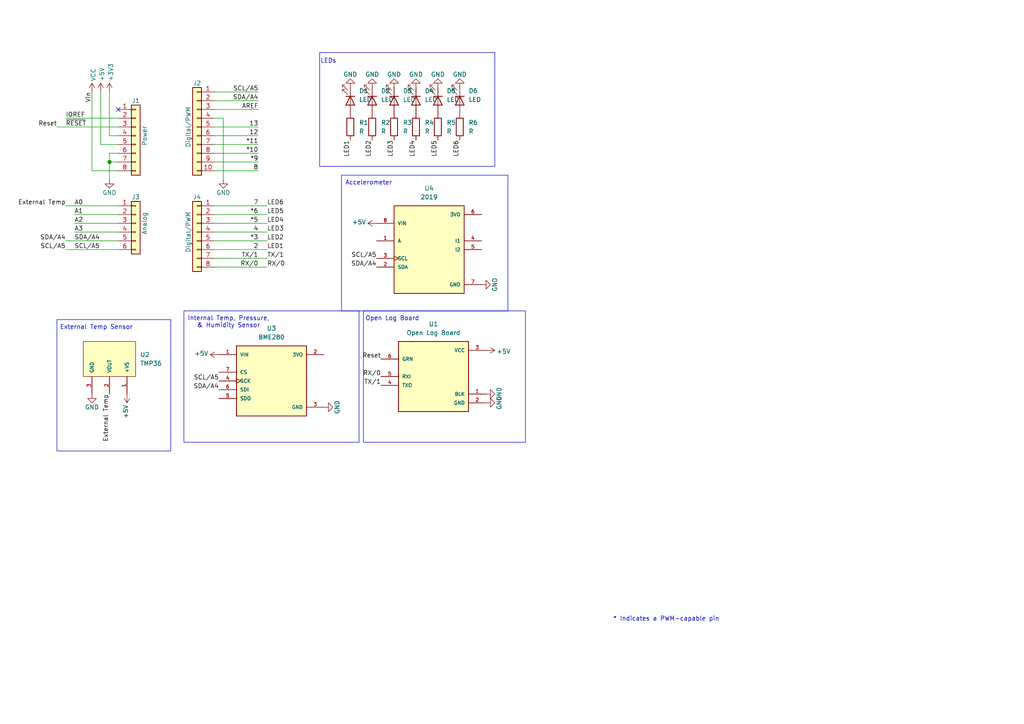
<source format=kicad_sch>
(kicad_sch (version 20231120) (generator "eeschema") (generator_version "8.0")
  (paper "A4")
  (title_block (date "mar. 31 mars 2015"))
  (lib_symbols
    (symbol "2019:2019" (pin_names (offset 1.016))
      (property "Reference" "U" (at -10.16 13.462 0))
      (property "Value" "2019" (at -10.16 -15.24 0))
      (symbol "2019_0_0"
        (rectangle (start -10.16 -12.7) (end 10.16 12.7) (stroke (width 0.254)) (fill (type background)))
        (pin input line (at -15.24 2.54 0) (length 5.08) (name "A") (number "1"))
        (pin bidirectional line (at -15.24 -5.08 0) (length 5.08) (name "SDA") (number "2"))
        (pin input clock (at -15.24 -2.54 0) (length 5.08) (name "SCL") (number "3"))
        (pin output line (at 15.24 2.54 180) (length 5.08) (name "I1") (number "4"))
        (pin output line (at 15.24 0 180) (length 5.08) (name "I2") (number "5"))
        (pin power_in line (at 15.24 10.16 180) (length 5.08) (name "3VO") (number "6"))
        (pin power_in line (at 15.24 -10.16 180) (length 5.08) (name "GND") (number "7"))
        (pin input line (at -15.24 7.62 0) (length 5.08) (name "VIN") (number "8"))
      )
    )
    (symbol "2652:2652" (pin_names (offset 1.016))
      (property "Reference" "U" (at -10.16 10.795 0))
      (property "Value" "2652" (at -10.16 -12.7 0))
      (symbol "2652_0_0"
        (rectangle (start -10.16 -10.16) (end 10.16 10.16) (stroke (width 0.254)) (fill (type background)))
        (pin input line (at -15.24 7.62 0) (length 5.08) (name "VIN") (number "1"))
        (pin output line (at 15.24 7.62 180) (length 5.08) (name "3VO") (number "2"))
        (pin power_in line (at 15.24 -7.62 180) (length 5.08) (name "GND") (number "3"))
        (pin input clock (at -15.24 0 0) (length 5.08) (name "SCK") (number "4"))
        (pin output line (at -15.24 -5.08 0) (length 5.08) (name "SDO") (number "5"))
        (pin input line (at -15.24 -2.54 0) (length 5.08) (name "SDI") (number "6"))
        (pin input line (at -15.24 2.54 0) (length 5.08) (name "CS") (number "7"))
      )
    )
    (symbol "Connector_Generic:Conn_01x06" (pin_names (offset 1.016) hide)
      (property "Reference" "J" (at 0 7.62 0))
      (property "Value" "Conn_01x06" (at 0 -10.16 0))
      (symbol "Conn_01x06_1_1"
        (rectangle (start -1.27 -7.493) (end 0 -7.747) (stroke (width 0.1524)))
        (rectangle (start -1.27 -4.953) (end 0 -5.207) (stroke (width 0.1524)))
        (rectangle (start -1.27 -2.413) (end 0 -2.667) (stroke (width 0.1524)))
        (rectangle (start -1.27 0.127) (end 0 -0.127) (stroke (width 0.1524)))
        (rectangle (start -1.27 2.667) (end 0 2.413) (stroke (width 0.1524)))
        (rectangle (start -1.27 5.207) (end 0 4.953) (stroke (width 0.1524)))
        (rectangle (start -1.27 6.35) (end 1.27 -8.89) (stroke (width 0.254)) (fill (type background)))
        (pin passive line (at -5.08 5.08 0) (length 3.81) (name "Pin_1") (number "1"))
        (pin passive line (at -5.08 2.54 0) (length 3.81) (name "Pin_2") (number "2"))
        (pin passive line (at -5.08 0 0) (length 3.81) (name "Pin_3") (number "3"))
        (pin passive line (at -5.08 -2.54 0) (length 3.81) (name "Pin_4") (number "4"))
        (pin passive line (at -5.08 -5.08 0) (length 3.81) (name "Pin_5") (number "5"))
        (pin passive line (at -5.08 -7.62 0) (length 3.81) (name "Pin_6") (number "6"))
      )
    )
    (symbol "Connector_Generic:Conn_01x08" (pin_names (offset 1.016) hide)
      (property "Reference" "J" (at 0 10.16 0))
      (property "Value" "Conn_01x08" (at 0 -12.7 0))
      (symbol "Conn_01x08_1_1"
        (rectangle (start -1.27 -10.033) (end 0 -10.287) (stroke (width 0.1524)))
        (rectangle (start -1.27 -7.493) (end 0 -7.747) (stroke (width 0.1524)))
        (rectangle (start -1.27 -4.953) (end 0 -5.207) (stroke (width 0.1524)))
        (rectangle (start -1.27 -2.413) (end 0 -2.667) (stroke (width 0.1524)))
        (rectangle (start -1.27 0.127) (end 0 -0.127) (stroke (width 0.1524)))
        (rectangle (start -1.27 2.667) (end 0 2.413) (stroke (width 0.1524)))
        (rectangle (start -1.27 5.207) (end 0 4.953) (stroke (width 0.1524)))
        (rectangle (start -1.27 7.747) (end 0 7.493) (stroke (width 0.1524)))
        (rectangle (start -1.27 8.89) (end 1.27 -11.43) (stroke (width 0.254)) (fill (type background)))
        (pin passive line (at -5.08 7.62 0) (length 3.81) (name "Pin_1") (number "1"))
        (pin passive line (at -5.08 5.08 0) (length 3.81) (name "Pin_2") (number "2"))
        (pin passive line (at -5.08 2.54 0) (length 3.81) (name "Pin_3") (number "3"))
        (pin passive line (at -5.08 0 0) (length 3.81) (name "Pin_4") (number "4"))
        (pin passive line (at -5.08 -2.54 0) (length 3.81) (name "Pin_5") (number "5"))
        (pin passive line (at -5.08 -5.08 0) (length 3.81) (name "Pin_6") (number "6"))
        (pin passive line (at -5.08 -7.62 0) (length 3.81) (name "Pin_7") (number "7"))
        (pin passive line (at -5.08 -10.16 0) (length 3.81) (name "Pin_8") (number "8"))
      )
    )
    (symbol "Connector_Generic:Conn_01x10" (pin_names (offset 1.016) hide)
      (property "Reference" "J" (at 0 12.7 0))
      (property "Value" "Conn_01x10" (at 0 -15.24 0))
      (symbol "Conn_01x10_1_1"
        (rectangle (start -1.27 -12.573) (end 0 -12.827) (stroke (width 0.1524)))
        (rectangle (start -1.27 -10.033) (end 0 -10.287) (stroke (width 0.1524)))
        (rectangle (start -1.27 -7.493) (end 0 -7.747) (stroke (width 0.1524)))
        (rectangle (start -1.27 -4.953) (end 0 -5.207) (stroke (width 0.1524)))
        (rectangle (start -1.27 -2.413) (end 0 -2.667) (stroke (width 0.1524)))
        (rectangle (start -1.27 0.127) (end 0 -0.127) (stroke (width 0.1524)))
        (rectangle (start -1.27 2.667) (end 0 2.413) (stroke (width 0.1524)))
        (rectangle (start -1.27 5.207) (end 0 4.953) (stroke (width 0.1524)))
        (rectangle (start -1.27 7.747) (end 0 7.493) (stroke (width 0.1524)))
        (rectangle (start -1.27 10.287) (end 0 10.033) (stroke (width 0.1524)))
        (rectangle (start -1.27 11.43) (end 1.27 -13.97) (stroke (width 0.254)) (fill (type background)))
        (pin passive line (at -5.08 10.16 0) (length 3.81) (name "Pin_1") (number "1"))
        (pin passive line (at -5.08 -12.7 0) (length 3.81) (name "Pin_10") (number "10"))
        (pin passive line (at -5.08 7.62 0) (length 3.81) (name "Pin_2") (number "2"))
        (pin passive line (at -5.08 5.08 0) (length 3.81) (name "Pin_3") (number "3"))
        (pin passive line (at -5.08 2.54 0) (length 3.81) (name "Pin_4") (number "4"))
        (pin passive line (at -5.08 0 0) (length 3.81) (name "Pin_5") (number "5"))
        (pin passive line (at -5.08 -2.54 0) (length 3.81) (name "Pin_6") (number "6"))
        (pin passive line (at -5.08 -5.08 0) (length 3.81) (name "Pin_7") (number "7"))
        (pin passive line (at -5.08 -7.62 0) (length 3.81) (name "Pin_8") (number "8"))
        (pin passive line (at -5.08 -10.16 0) (length 3.81) (name "Pin_9") (number "9"))
      )
    )
    (symbol "DEV-13712:DEV-13712" (pin_names (offset 1.016))
      (property "Reference" "U" (at -10.16 10.922 0))
      (property "Value" "DEV-13712" (at -10.16 -12.7 0))
      (symbol "DEV-13712_0_0"
        (rectangle (start -10.16 -10.16) (end 10.16 10.16) (stroke (width 0.254)) (fill (type background)))
        (pin power_in line (at 15.24 -5.08 180) (length 5.08) (name "BLK") (number "1"))
        (pin power_in line (at 15.24 -7.62 180) (length 5.08) (name "GND") (number "2"))
        (pin power_in line (at 15.24 7.62 180) (length 5.08) (name "VCC") (number "3"))
        (pin output line (at -15.24 -2.54 0) (length 5.08) (name "TXO") (number "4"))
        (pin input line (at -15.24 0 0) (length 5.08) (name "RXI") (number "5"))
        (pin input line (at -15.24 5.08 0) (length 5.08) (name "GRN") (number "6"))
      )
    )
    (symbol "Device:LED" (pin_numbers hide) (pin_names (offset 1.016) hide)
      (property "Reference" "D" (at 0 2.54 0))
      (property "Value" "LED" (at 0 -2.54 0))
      (symbol "LED_0_1"
        (polyline (pts (xy -1.27 -1.27) (xy -1.27 1.27)) (stroke (width 0.254)))
        (polyline (pts (xy -1.27 0) (xy 1.27 0)))
        (polyline (pts (xy 1.27 -1.27) (xy 1.27 1.27) (xy -1.27 0) (xy 1.27 -1.27)) (stroke (width 0.254)))
        (polyline (pts (xy -3.048 -0.762) (xy -4.572 -2.286) (xy -3.81 -2.286) (xy -4.572 -2.286) (xy -4.572 -1.524)))
        (polyline (pts (xy -1.778 -0.762) (xy -3.302 -2.286) (xy -2.54 -2.286) (xy -3.302 -2.286) (xy -3.302 -1.524)))
      )
      (symbol "LED_1_1"
        (pin passive line (at -3.81 0 0) (length 2.54) (name "K") (number "1"))
        (pin passive line (at 3.81 0 180) (length 2.54) (name "A") (number "2"))
      )
    )
    (symbol "Device:R" (pin_numbers hide) (pin_names (offset 0))
      (property "Reference" "R" (at 2.032 0 90))
      (property "Value" "R" (at 0 0 90))
      (symbol "R_0_1"
        (rectangle (start -1.016 -2.54) (end 1.016 2.54) (stroke (width 0.254)))
      )
      (symbol "R_1_1"
        (pin passive line (at 0 3.81 270) (length 1.27) (name "~") (number "1"))
        (pin passive line (at 0 -3.81 90) (length 1.27) (name "~") (number "2"))
      )
    )
    (symbol "TMP36GT9Z:TMP36GT9Z" (pin_names (offset 1.016))
      (property "Reference" "U" (at -5.08 8.128 0))
      (property "Value" "TMP36GT9Z" (at -5.08 -10.16 0))
      (symbol "TMP36GT9Z_0_0"
        (rectangle (start -5.08 -7.62) (end 5.08 7.62) (stroke (width 0.1524)) (fill (type background)))
        (pin power_in line (at 10.16 5.08 180) (length 5.08) (name "+VS") (number "1"))
        (pin output line (at 10.16 0 180) (length 5.08) (name "VOUT") (number "2"))
        (pin power_in line (at 10.16 -5.08 180) (length 5.08) (name "GND") (number "3"))
      )
    )
    (symbol "power:+3V3" (power) (pin_names (offset 0))
      (property "Value" "+3V3" (at 0 3.556 0))
      (symbol "+3V3_0_1"
        (polyline (pts (xy -0.762 1.27) (xy 0 2.54)))
        (polyline (pts (xy 0 0) (xy 0 2.54)))
        (polyline (pts (xy 0 2.54) (xy 0.762 1.27)))
      )
      (symbol "+3V3_1_1"
        (pin power_in line (at 0 0 90) (length 0) hide (name "+3V3") (number "1"))
      )
    )
    (symbol "power:+5V" (power) (pin_names (offset 0))
      (property "Value" "+5V" (at 0 3.556 0))
      (symbol "+5V_0_1"
        (polyline (pts (xy -0.762 1.27) (xy 0 2.54)))
        (polyline (pts (xy 0 0) (xy 0 2.54)))
        (polyline (pts (xy 0 2.54) (xy 0.762 1.27)))
      )
      (symbol "+5V_1_1"
        (pin power_in line (at 0 0 90) (length 0) hide (name "+5V") (number "1"))
      )
    )
    (symbol "power:GND" (power) (pin_names (offset 0))
      (property "Value" "GND" (at 0 -3.81 0))
      (symbol "GND_0_1"
        (polyline (pts (xy 0 0) (xy 0 -1.27) (xy 1.27 -1.27) (xy 0 -2.54) (xy -1.27 -1.27) (xy 0 -1.27)))
      )
      (symbol "GND_1_1"
        (pin power_in line (at 0 0 270) (length 0) hide (name "GND") (number "1"))
      )
    )
    (symbol "power:VCC" (power) (pin_names (offset 0))
      (property "Value" "VCC" (at 0 3.81 0))
      (symbol "VCC_0_1"
        (polyline (pts (xy -0.762 1.27) (xy 0 2.54)))
        (polyline (pts (xy 0 0) (xy 0 2.54)))
        (polyline (pts (xy 0 2.54) (xy 0.762 1.27)))
      )
      (symbol "VCC_1_1"
        (pin power_in line (at 0 0 90) (length 0) hide (name "VCC") (number "1"))
      )
    )
  )
  (junction (at 31.75 46.99) (diameter 1.016))
  (no_connect (at 34.29 31.75))
  (wire (pts (xy 62.23 77.47) (xy 77.47 77.47)))
  (wire (pts (xy 62.23 44.45) (xy 74.93 44.45)))
  (wire (pts (xy 62.23 26.67) (xy 74.93 26.67)))
  (wire (pts (xy 31.75 44.45) (xy 31.75 46.99)))
  (wire (pts (xy 31.75 46.99) (xy 31.75 52.07)))
  (wire (pts (xy 31.75 39.37) (xy 34.29 39.37)))
  (wire (pts (xy 16.51 36.83) (xy 34.29 36.83)))
  (wire (pts (xy 29.21 41.91) (xy 34.29 41.91)))
  (wire (pts (xy 29.21 26.67) (xy 29.21 41.91)))
  (wire (pts (xy 62.23 36.83) (xy 74.93 36.83)))
  (wire (pts (xy 31.75 26.67) (xy 31.75 39.37)))
  (wire (pts (xy 62.23 59.69) (xy 77.47 59.69)))
  (wire (pts (xy 62.23 39.37) (xy 74.93 39.37)))
  (wire (pts (xy 62.23 62.23) (xy 77.47 62.23)))
  (wire (pts (xy 62.23 46.99) (xy 74.93 46.99)))
  (wire (pts (xy 62.23 67.31) (xy 77.47 67.31)))
  (wire (pts (xy 19.05 34.29) (xy 34.29 34.29)))
  (wire (pts (xy 19.05 59.69) (xy 34.29 59.69)))
  (wire (pts (xy 19.05 69.85) (xy 34.29 69.85)))
  (wire (pts (xy 64.77 34.29) (xy 64.77 52.07)))
  (wire (pts (xy 62.23 31.75) (xy 74.93 31.75)))
  (wire (pts (xy 34.29 64.77) (xy 21.59 64.77)))
  (wire (pts (xy 34.29 46.99) (xy 31.75 46.99)))
  (wire (pts (xy 34.29 49.53) (xy 26.67 49.53)))
  (wire (pts (xy 21.59 62.23) (xy 34.29 62.23)))
  (wire (pts (xy 62.23 34.29) (xy 64.77 34.29)))
  (wire (pts (xy 34.29 44.45) (xy 31.75 44.45)))
  (wire (pts (xy 62.23 41.91) (xy 74.93 41.91)))
  (wire (pts (xy 62.23 64.77) (xy 77.47 64.77)))
  (wire (pts (xy 21.59 67.31) (xy 34.29 67.31)))
  (wire (pts (xy 62.23 29.21) (xy 74.93 29.21)))
  (wire (pts (xy 62.23 72.39) (xy 77.47 72.39)))
  (wire (pts (xy 62.23 69.85) (xy 77.47 69.85)))
  (wire (pts (xy 62.23 74.93) (xy 77.47 74.93)))
  (wire (pts (xy 26.67 49.53) (xy 26.67 26.67)))
  (wire (pts (xy 19.05 72.39) (xy 34.29 72.39)))
  (wire (pts (xy 62.23 49.53) (xy 74.93 49.53)))
  (rectangle (start 92.71 15.24) (end 143.51 48.26))
  (rectangle (start 105.41 90.17) (end 152.4 128.27))
  (rectangle (start 16.51 92.71) (end 49.53 130.81))
  (rectangle (start 99.06 50.8) (end 147.32 90.17))
  (rectangle (start 53.34 90.17) (end 104.14 128.27))
  (text "Internal Temp, Pressure,\n& Humidity Sensor" (at 66.294 93.472 0) (effects (font (size 1.27 1.27))))
  (text "Open Log Board" (at 113.792 92.456 0) (effects (font (size 1.27 1.27))))
  (text "Accelerometer" (at 106.934 53.086 0) (effects (font (size 1.27 1.27))))
  (text "LEDs" (at 95.25 17.78 0) (effects (font (size 1.27 1.27))))
  (text "External Temp Sensor" (at 27.94 94.996 0) (effects (font (size 1.27 1.27))))
  (text "* Indicates a PWM-capable pin" (at 177.8 180.34 0) (effects (font (size 1.27 1.27)) (justify left bottom)))
  (label "RX{slash}0" (at 74.93 77.47 180))
  (label "Reset" (at 16.51 36.83 180))
  (label "TX{slash}1" (at 77.47 74.93 0))
  (label "A2" (at 21.59 64.77 0))
  (label "4" (at 74.93 67.31 180))
  (label "SCL{slash}A5" (at 109.22 74.93 180))
  (label "2" (at 74.93 72.39 180))
  (label "A3" (at 21.59 67.31 0))
  (label "13" (at 74.93 36.83 180))
  (label "12" (at 74.93 39.37 180))
  (label "LED2" (at 77.47 69.85 0))
  (label "~{RESET}" (at 19.05 36.83 0))
  (label "LED6" (at 133.35 40.64 270))
  (label "*10" (at 74.93 44.45 180))
  (label "External Temp" (at 31.75 114.3 270))
  (label "LED4" (at 120.65 40.64 270))
  (label "SDA{slash}A4" (at 19.05 69.85 180))
  (label "SCL{slash}A5" (at 19.05 72.39 180))
  (label "Reset" (at 110.49 104.14 180))
  (label "LED3" (at 114.3 40.64 270))
  (label "LED4" (at 77.47 64.77 0))
  (label "TX{slash}1" (at 110.49 111.76 180))
  (label "7" (at 74.93 59.69 180))
  (label "LED5" (at 77.47 62.23 0))
  (label "SDA{slash}A4" (at 74.93 29.21 180))
  (label "8" (at 74.93 49.53 180))
  (label "*11" (at 74.93 41.91 180))
  (label "*3" (at 74.93 69.85 180))
  (label "LED3" (at 77.47 67.31 0))
  (label "SDA{slash}A4" (at 63.5 113.03 180))
  (label "A1" (at 21.59 62.23 0))
  (label "TX{slash}1" (at 74.93 74.93 180))
  (label "RX{slash}0" (at 110.49 109.22 180))
  (label "LED6" (at 77.47 59.69 0))
  (label "A0" (at 21.59 59.69 0))
  (label "AREF" (at 74.93 31.75 180))
  (label "Vin" (at 26.67 26.67 270))
  (label "*6" (at 74.93 62.23 180))
  (label "SCL{slash}A5" (at 74.93 26.67 180))
  (label "*9" (at 74.93 46.99 180))
  (label "LED5" (at 127 40.64 270))
  (label "RX{slash}0" (at 77.47 77.47 0))
  (label "*5" (at 74.93 64.77 180))
  (label "LED1" (at 77.47 72.39 0))
  (label "IOREF" (at 19.05 34.29 0))
  (label "LED2" (at 107.95 40.64 270))
  (label "SDA{slash}A4" (at 109.22 77.47 180))
  (label "SDA{slash}A4" (at 21.59 69.85 0))
  (label "SCL{slash}A5" (at 21.59 72.39 0))
  (label "SCL{slash}A5" (at 63.5 110.49 180))
  (label "LED1" (at 101.6 40.64 270))
  (label "External Temp" (at 19.05 59.69 180))
  (symbol (lib_id "Connector_Generic:Conn_01x08") (at 39.37 39.37 0) (unit 1)
    (property "Reference" "J1" (at 39.37 29.21 0))
    (property "Value" "Power" (at 41.91 39.37 90))
    (property "Footprint" "Connector_PinSocket_2.54mm:PinSocket_1x08_P2.54mm_Vertical" (effects (hide yes)))
  )
  (symbol (lib_id "power:+3V3") (at 31.75 26.67 0) (unit 1)
    (property "Reference" "#PWR03" (effects (hide yes)))
    (property "Value" "+3V3" (at 32.131 23.622 90) (effects (justify left)))
  )
  (symbol (lib_id "power:+5V") (at 29.21 26.67 0) (unit 1)
    (property "Reference" "#PWR02" (effects (hide yes)))
    (property "Value" "+5V" (at 29.5656 23.622 90) (effects (justify left)))
  )
  (symbol (lib_id "power:GND") (at 31.75 52.07 0) (unit 1)
    (property "Reference" "#PWR04" (effects (hide yes)))
    (property "Value" "GND" (at 31.75 55.88 0))
  )
  (symbol (lib_id "Connector_Generic:Conn_01x10") (at 57.15 36.83 0) (mirror y) (unit 1)
    (property "Reference" "J2" (at 57.15 24.13 0))
    (property "Value" "Digital/PWM" (at 54.61 36.83 90))
    (property "Footprint" "Connector_PinSocket_2.54mm:PinSocket_1x10_P2.54mm_Vertical" (effects (hide yes)))
  )
  (symbol (lib_id "power:GND") (at 64.77 52.07 0) (unit 1)
    (property "Reference" "#PWR05" (effects (hide yes)))
    (property "Value" "GND" (at 64.77 55.88 0))
  )
  (symbol (lib_id "Connector_Generic:Conn_01x06") (at 39.37 64.77 0) (unit 1)
    (property "Reference" "J3" (at 39.37 57.15 0))
    (property "Value" "Analog" (at 41.91 64.77 90))
    (property "Footprint" "Connector_PinSocket_2.54mm:PinSocket_1x06_P2.54mm_Vertical" (effects (hide yes)))
  )
  (symbol (lib_id "Connector_Generic:Conn_01x08") (at 57.15 67.31 0) (mirror y) (unit 1)
    (property "Reference" "J4" (at 57.15 57.15 0))
    (property "Value" "Digital/PWM" (at 54.61 67.31 90))
    (property "Footprint" "Connector_PinSocket_2.54mm:PinSocket_1x08_P2.54mm_Vertical" (effects (hide yes)))
  )
  (symbol (lib_id "power:GND") (at 107.95 25.4 180) (unit 1)
    (property "Reference" "#PWR07" (effects (hide yes)))
    (property "Value" "GND" (at 107.95 21.59 0))
  )
  (symbol (lib_id "Device:LED") (at 127 29.21 270) (unit 1)
    (property "Reference" "D5" (at 129.54 26.3524 90) (effects (justify left)))
    (property "Value" "LED" (at 129.54 28.8924 90) (effects (justify left)))
    (property "Footprint" "LED_THT:LED_D5.0mm" (effects (hide yes)))
    (property "Description" "Light emitting diode" (effects (hide yes)))
  )
  (symbol (lib_id "power:GND") (at 140.97 114.3 90) (unit 1)
    (property "Reference" "#PWR018" (effects (hide yes)))
    (property "Value" "GND" (at 144.78 114.3 0))
  )
  (symbol (lib_id "power:GND") (at 127 25.4 180) (unit 1)
    (property "Reference" "#PWR010" (effects (hide yes)))
    (property "Value" "GND" (at 127 21.59 0))
  )
  (symbol (lib_id "power:GND") (at 101.6 25.4 180) (unit 1)
    (property "Reference" "#PWR06" (effects (hide yes)))
    (property "Value" "GND" (at 101.6 21.59 0))
  )
  (symbol (lib_id "TMP36GT9Z:TMP36GT9Z") (at 31.75 104.14 270) (unit 1)
    (property "Reference" "U2" (at 40.64 102.8699 90) (effects (justify left)))
    (property "Value" "TMP36" (at 40.64 105.4099 90) (effects (justify left)))
    (property "Footprint" "TMP36:TO92127P521H733-3" (effects (hide yes)))
    (property "MF" "Analog Devices" (effects (hide yes)))
    (property "Description_1" "\n                        \n                            Voltage Output Temperature Sensors\n                        \n" (effects (hide yes)))
    (property "Package" "TO-3 Analog Devices" (effects (hide yes)))
    (property "Price" "None" (effects (hide yes)))
    (property "Check_prices" "https://www.snapeda.com/parts/TMP36GT9Z/Analog+Devices/view-part/?ref=eda" (effects (hide yes)))
    (property "STANDARD" "IPC-7251" (effects (hide yes)))
    (property "PARTREV" "H" (effects (hide yes)))
    (property "SnapEDA_Link" "https://www.snapeda.com/parts/TMP36GT9Z/Analog+Devices/view-part/?ref=snap" (effects (hide yes)))
    (property "MP" "TMP36GT9Z" (effects (hide yes)))
    (property "Availability" "In Stock" (effects (hide yes)))
    (property "MANUFACTURER" "Analog Devices" (effects (hide yes)))
  )
  (symbol (lib_id "power:GND") (at 26.67 114.3 0) (unit 1)
    (property "Reference" "#PWR014" (effects (hide yes)))
    (property "Value" "GND" (at 26.67 118.11 0))
  )
  (symbol (lib_id "Device:R") (at 114.3 36.83 0) (unit 1)
    (property "Reference" "R3" (at 116.84 35.5599 0) (effects (justify left)))
    (property "Value" "R" (at 116.84 38.0999 0) (effects (justify left)))
    (property "Footprint" "Resistor_THT:R_Axial_DIN0411_L9.9mm_D3.6mm_P12.70mm_Horizontal" (effects (hide yes)))
    (property "Description" "Resistor" (effects (hide yes)))
  )
  (symbol (lib_id "power:GND") (at 139.7 82.55 90) (unit 1)
    (property "Reference" "#PWR016" (effects (hide yes)))
    (property "Value" "GND" (at 143.51 82.55 0))
  )
  (symbol (lib_id "Device:LED") (at 133.35 29.21 270) (unit 1)
    (property "Reference" "D6" (at 135.89 26.3524 90) (effects (justify left)))
    (property "Value" "LED" (at 135.89 28.8924 90) (effects (justify left)))
    (property "Footprint" "LED_THT:LED_D5.0mm" (effects (hide yes)))
    (property "Description" "Light emitting diode" (effects (hide yes)))
  )
  (symbol (lib_id "power:GND") (at 114.3 25.4 180) (unit 1)
    (property "Reference" "#PWR08" (effects (hide yes)))
    (property "Value" "GND" (at 114.3 21.59 0))
  )
  (symbol (lib_id "power:GND") (at 140.97 116.84 90) (unit 1)
    (property "Reference" "#PWR012" (effects (hide yes)))
    (property "Value" "GND" (at 144.78 116.84 0))
  )
  (symbol (lib_id "power:VCC") (at 26.67 26.67 0) (unit 1)
    (property "Reference" "#PWR01" (effects (hide yes)))
    (property "Value" "VCC" (at 27.051 23.622 90) (effects (justify left)))
  )
  (symbol (lib_id "2652:2652") (at 78.74 110.49 0) (unit 1)
    (property "Reference" "U3" (at 78.74 95.25 0))
    (property "Value" "BME280" (at 78.74 97.79 0))
    (property "Footprint" "BME280:MODULE_2652" (effects (hide yes)))
    (property "MF" "Adafruit" (effects (hide yes)))
    (property "MAXIMUM_PACKAGE_HEIGHT" "3 mm" (effects (hide yes)))
    (property "Package" "Package" (effects (hide yes)))
    (property "Price" "None" (effects (hide yes)))
    (property "Check_prices" "https://www.snapeda.com/parts/2652/Adafruit+Industries/view-part/?ref=eda" (effects (hide yes)))
    (property "STANDARD" "Manufacturer Recommendations" (effects (hide yes)))
    (property "PARTREV" "N/A" (effects (hide yes)))
    (property "SnapEDA_Link" "https://www.snapeda.com/parts/2652/Adafruit+Industries/view-part/?ref=snap" (effects (hide yes)))
    (property "MP" "2652" (effects (hide yes)))
    (property "Description_1" "\n                        \n                            Adafruit BME280 I2C or SPI Temperature Humidity Pressure Sensor | Adafruit Industries 2652 STEMMA QT Version\n                        \n" (effects (hide yes)))
    (property "Availability" "In Stock" (effects (hide yes)))
    (property "MANUFACTURER" "Adafruit" (effects (hide yes)))
  )
  (symbol (lib_id "power:GND") (at 93.98 118.11 90) (unit 1)
    (property "Reference" "#PWR013" (effects (hide yes)))
    (property "Value" "GND" (at 97.79 118.11 0))
  )
  (symbol (lib_id "power:GND") (at 133.35 25.4 180) (unit 1)
    (property "Reference" "#PWR011" (effects (hide yes)))
    (property "Value" "GND" (at 133.35 21.59 0))
  )
  (symbol (lib_id "Device:LED") (at 120.65 29.21 270) (unit 1)
    (property "Reference" "D4" (at 123.19 26.3524 90) (effects (justify left)))
    (property "Value" "LED" (at 123.19 28.8924 90) (effects (justify left)))
    (property "Footprint" "LED_THT:LED_D5.0mm" (effects (hide yes)))
    (property "Description" "Light emitting diode" (effects (hide yes)))
  )
  (symbol (lib_id "2019:2019") (at 124.46 72.39 0) (unit 1)
    (property "Reference" "U4" (at 124.46 54.61 0))
    (property "Value" "2019" (at 124.46 57.15 0))
    (property "Footprint" "Adafruit 2019:MODULE_2019" (effects (hide yes)))
    (property "MF" "Adafruit" (effects (hide yes)))
    (property "MAXIMUM_PACKAGE_HEIGHT" "--" (effects (hide yes)))
    (property "Package" "Package" (effects (hide yes)))
    (property "Price" "None" (effects (hide yes)))
    (property "Check_prices" "https://www.snapeda.com/parts/2019/Adafruit+Industries/view-part/?ref=eda" (effects (hide yes)))
    (property "STANDARD" "Manufacturer Recommendations" (effects (hide yes)))
    (property "PARTREV" "2021-11-15" (effects (hide yes)))
    (property "SnapEDA_Link" "https://www.snapeda.com/parts/2019/Adafruit+Industries/view-part/?ref=snap" (effects (hide yes)))
    (property "MP" "2019" (effects (hide yes)))
    (property "Description_1" "\n                        \n                            Adafruit Triple-Axis Accelerometer - ±2/4/8g at 14-bit - MMA8451, 2000 Series | Adafruit Industries 2019\n                        \n" (effects (hide yes)))
    (property "MANUFACTURER" "Adafruit" (effects (hide yes)))
    (property "Availability" "In Stock" (effects (hide yes)))
    (property "SNAPEDA_PN" "2019" (effects (hide yes)))
  )
  (symbol (lib_id "Device:R") (at 107.95 36.83 0) (unit 1)
    (property "Reference" "R2" (at 110.49 35.5599 0) (effects (justify left)))
    (property "Value" "R" (at 110.49 38.0999 0) (effects (justify left)))
    (property "Footprint" "Resistor_THT:R_Axial_DIN0411_L9.9mm_D3.6mm_P12.70mm_Horizontal" (effects (hide yes)))
    (property "Description" "Resistor" (effects (hide yes)))
  )
  (symbol (lib_id "power:+5V") (at 109.22 64.77 90) (unit 1)
    (property "Reference" "#PWR020" (effects (hide yes)))
    (property "Value" "+5V" (at 106.172 64.4144 90) (effects (justify left)))
  )
  (symbol (lib_id "Device:R") (at 127 36.83 0) (unit 1)
    (property "Reference" "R5" (at 129.54 35.5599 0) (effects (justify left)))
    (property "Value" "R" (at 129.54 38.0999 0) (effects (justify left)))
    (property "Footprint" "Resistor_THT:R_Axial_DIN0411_L9.9mm_D3.6mm_P12.70mm_Horizontal" (effects (hide yes)))
    (property "Description" "Resistor" (effects (hide yes)))
  )
  (symbol (lib_id "power:+5V") (at 36.83 114.3 180) (unit 1)
    (property "Reference" "#PWR015" (effects (hide yes)))
    (property "Value" "+5V" (at 36.4744 117.348 90) (effects (justify left)))
  )
  (symbol (lib_id "Device:R") (at 133.35 36.83 0) (unit 1)
    (property "Reference" "R6" (at 135.89 35.5599 0) (effects (justify left)))
    (property "Value" "R" (at 135.89 38.0999 0) (effects (justify left)))
    (property "Footprint" "Resistor_THT:R_Axial_DIN0411_L9.9mm_D3.6mm_P12.70mm_Horizontal" (effects (hide yes)))
    (property "Description" "Resistor" (effects (hide yes)))
  )
  (symbol (lib_id "Device:LED") (at 114.3 29.21 270) (unit 1)
    (property "Reference" "D3" (at 116.84 26.3524 90) (effects (justify left)))
    (property "Value" "LED" (at 116.84 28.8924 90) (effects (justify left)))
    (property "Footprint" "LED_THT:LED_D5.0mm" (effects (hide yes)))
    (property "Description" "Light emitting diode" (effects (hide yes)))
  )
  (symbol (lib_id "Device:LED") (at 107.95 29.21 270) (unit 1)
    (property "Reference" "D2" (at 110.49 26.3524 90) (effects (justify left)))
    (property "Value" "LED" (at 110.49 28.8924 90) (effects (justify left)))
    (property "Footprint" "LED_THT:LED_D5.0mm" (effects (hide yes)))
    (property "Description" "Light emitting diode" (effects (hide yes)))
  )
  (symbol (lib_id "DEV-13712:DEV-13712") (at 125.73 109.22 0) (unit 1)
    (property "Reference" "U1" (at 125.73 93.98 0))
    (property "Value" "Open Log Board" (at 125.73 96.52 0))
    (property "Footprint" "Open Log:MODULE_DEV-13712" (effects (hide yes)))
    (property "MF" "Sparkfun Electronics" (effects (hide yes)))
    (property "Description_1" "\n                        \n                            OpenLog Data Logger [SparkFun Electronics] DEV-13712 OpenLog Data Logger 845156006540\n                        \n" (effects (hide yes)))
    (property "Package" "None" (effects (hide yes)))
    (property "Price" "None" (effects (hide yes)))
    (property "Check_prices" "https://www.snapeda.com/parts/DEV13712/SparkFun/view-part/?ref=eda" (effects (hide yes)))
    (property "STANDARD" "Manufacturer Recommendations" (effects (hide yes)))
    (property "PARTREV" "v15" (effects (hide yes)))
    (property "SnapEDA_Link" "https://www.snapeda.com/parts/DEV13712/SparkFun/view-part/?ref=snap" (effects (hide yes)))
    (property "MP" "DEV13712" (effects (hide yes)))
    (property "MANUFACTURER" "SparkFun" (effects (hide yes)))
    (property "Availability" "In Stock" (effects (hide yes)))
    (property "SNAPEDA_PN" "DEV-13712" (effects (hide yes)))
  )
  (symbol (lib_id "power:+5V") (at 63.5 102.87 90) (unit 1)
    (property "Reference" "#PWR019" (effects (hide yes)))
    (property "Value" "+5V" (at 60.452 102.5144 90) (effects (justify left)))
  )
  (symbol (lib_id "power:GND") (at 120.65 25.4 180) (unit 1)
    (property "Reference" "#PWR09" (effects (hide yes)))
    (property "Value" "GND" (at 120.65 21.59 0))
  )
  (symbol (lib_id "Device:R") (at 120.65 36.83 0) (unit 1)
    (property "Reference" "R4" (at 123.19 35.5599 0) (effects (justify left)))
    (property "Value" "R" (at 123.19 38.0999 0) (effects (justify left)))
    (property "Footprint" "Resistor_THT:R_Axial_DIN0411_L9.9mm_D3.6mm_P12.70mm_Horizontal" (effects (hide yes)))
    (property "Description" "Resistor" (effects (hide yes)))
  )
  (symbol (lib_id "Device:LED") (at 101.6 29.21 270) (unit 1)
    (property "Reference" "D1" (at 104.14 26.3524 90) (effects (justify left)))
    (property "Value" "LED" (at 104.14 28.8924 90) (effects (justify left)))
    (property "Footprint" "LED_THT:LED_D5.0mm" (effects (hide yes)))
    (property "Description" "Light emitting diode" (effects (hide yes)))
  )
  (symbol (lib_id "Device:R") (at 101.6 36.83 0) (unit 1)
    (property "Reference" "R1" (at 104.14 35.5599 0) (effects (justify left)))
    (property "Value" "R" (at 104.14 38.0999 0) (effects (justify left)))
    (property "Footprint" "Resistor_THT:R_Axial_DIN0411_L9.9mm_D3.6mm_P12.70mm_Horizontal" (effects (hide yes)))
    (property "Description" "Resistor" (effects (hide yes)))
  )
  (symbol (lib_id "power:+5V") (at 140.97 101.6 270) (unit 1)
    (property "Reference" "#PWR017" (effects (hide yes)))
    (property "Value" "+5V" (at 144.018 101.9556 90) (effects (justify left)))
  )
)
</source>
